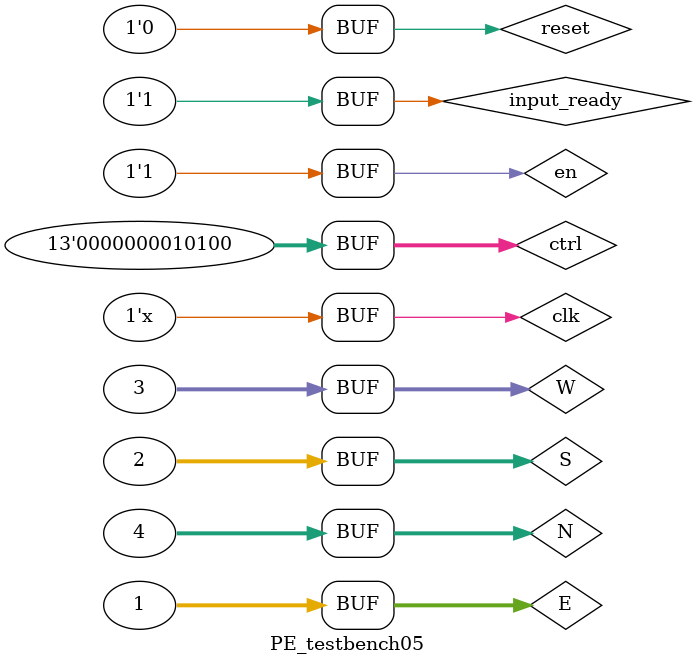
<source format=sv>
`timescale 1ns / 1ps


module PE_testbench05();

  reg clk; // 时钟信号
  reg reset;

  // input
  reg [31:0] E, S, W, N;
  reg [12:0] ctrl; // 控制信号
  reg en;
  reg input_ready;

  //output
  wire  output_ready;
  wire [31:0] OutputE, OutputS, OutputW, OutputN;
  wire [31:0] Data_memory;
  
  PE_basic PE_basic (
    .clk(clk),
    .reset(reset),
    .ctrl(ctrl),
    .E(E),
    .S(S),
    .W(W),
    .N(N),
    .en(en),
    .input_ready(input_ready),
    .OutputE(OutputE),
    .OutputS(OutputS),
    .OutputW(OutputW),
    .OutputN(OutputN),
    .Data_memory(Data_memory),
    .output_ready(output_ready)
  );

  initial begin
    clk = 1'b1; // 初始化时钟信号为 1
    reset = 1;
    en = 0;
    input_ready = 0;
    
    #10
    reset = 0; // 复位信号保持低电平
    en = 1; // 使能信号置高
    input_ready = 1; // 输入准备信号置高


    // 初始化输入值和控制信号
    E = 32'b0_00000000_00000000000000000000001;
    S = 32'b0_00000000_00000000000000000000010;
    W = 32'b0_00000000_00000000000000000000011;
    N = 32'b0_00000000_00000000000000000000100;

    //output（3bit）_op1(3bit)_op2(3bit)_opcode(4bit)
    ctrl = 13'b000_000_001_0000; // 


    // 在时钟上升沿时，更新寄存器的值
    
    #10 ctrl = 13'b001_000_001_0001; // 
    en = 0;

    // 在时钟上升沿时，更新寄存器的值
    // 除法保留整数部分
    #10 ctrl = 13'b010_000_001_0010; //
    en = 1;

    #10 ctrl = 13'b011_000_001_0011; // 

    #10 ctrl = 13'b000_000_001_0100; // 


   end

    always begin
   #5 clk = ~clk; // 定义一个 10ns 周期的时钟信号
   end


endmodule

</source>
